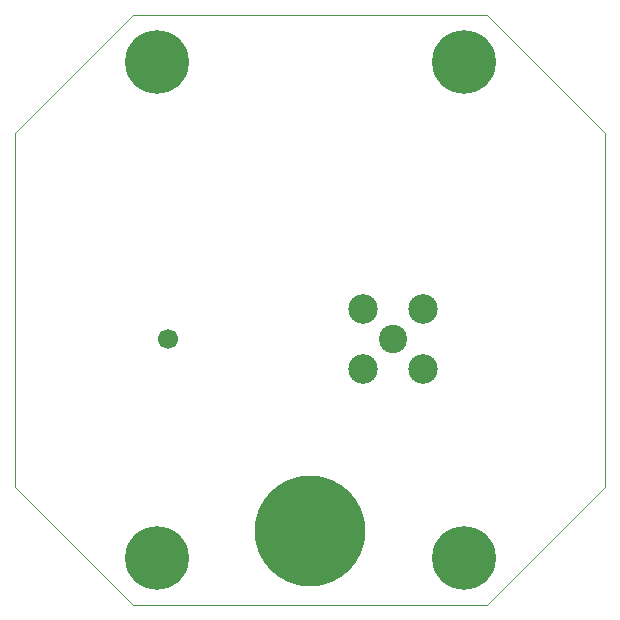
<source format=gbs>
G04 (created by PCBNEW (2013-09-06 BZR 4312)-stable) date T 05 nov   2013 22:44:21 EET*
%MOIN*%
G04 Gerber Fmt 3.4, Leading zero omitted, Abs format*
%FSLAX34Y34*%
G01*
G70*
G90*
G04 APERTURE LIST*
%ADD10C,0.000787*%
%ADD11C,0.001000*%
%ADD12C,0.066929*%
%ADD13C,0.212598*%
%ADD14C,0.370079*%
%ADD15C,0.094488*%
%ADD16C,0.098425*%
G04 APERTURE END LIST*
G54D10*
G54D11*
X43307Y-55118D02*
X39370Y-51181D01*
X55118Y-55118D02*
X43307Y-55118D01*
X59055Y-51181D02*
X55118Y-55118D01*
X59055Y-39370D02*
X59055Y-51181D01*
X55118Y-35433D02*
X59055Y-39370D01*
X43307Y-35433D02*
X55118Y-35433D01*
X39370Y-39370D02*
X43307Y-35433D01*
X39370Y-51181D02*
X39370Y-39370D01*
G54D12*
X44488Y-46259D03*
G54D13*
X44094Y-37007D03*
X54330Y-37007D03*
X54330Y-53543D03*
X44094Y-53543D03*
G54D14*
X49212Y-52637D03*
G54D15*
X51968Y-46259D03*
G54D16*
X52968Y-45259D03*
X50968Y-45259D03*
X50968Y-47259D03*
X52968Y-47259D03*
M02*

</source>
